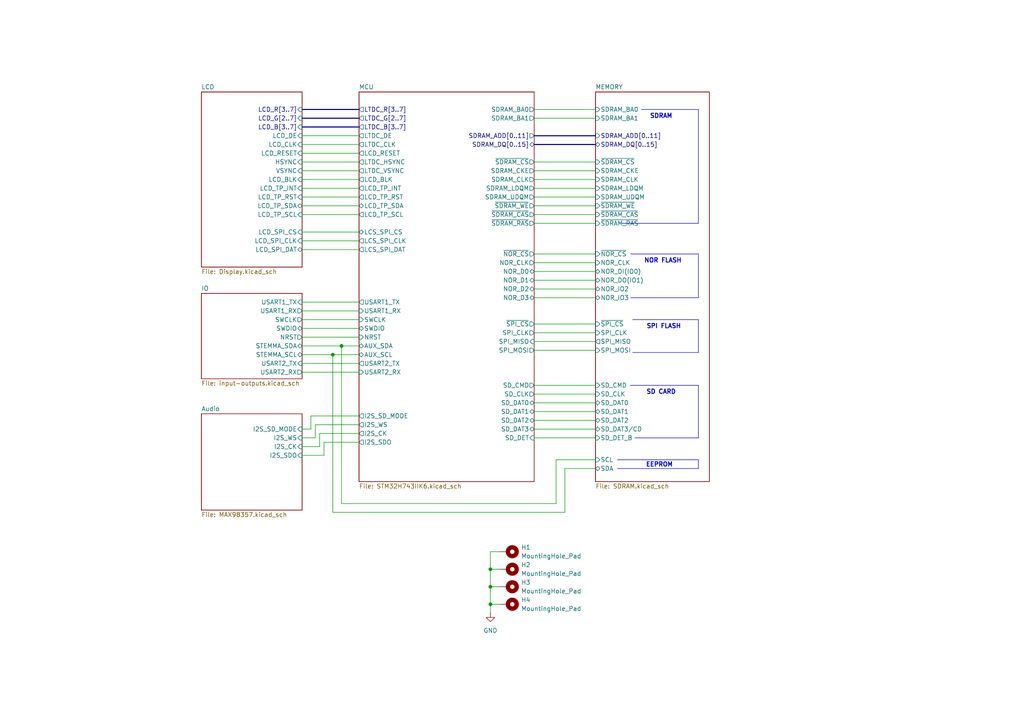
<source format=kicad_sch>
(kicad_sch (version 20231120) (generator "eeschema") (generator_version "8.0")
  (paper "A4")
  (lib_symbols
    (symbol "Mechanical:MountingHole_Pad" (pin_numbers hide) (pin_names (offset 1.016) hide) (exclude_from_sim yes) (in_bom no)
      (property "Reference" "H" (at 0 6.35 0))
      (property "Value" "MountingHole_Pad" (at 0 4.445 0))
      (symbol "MountingHole_Pad_0_1"
        (circle (center 0 1.27) (radius 1.27) (stroke (width 1.27)))
      )
      (symbol "MountingHole_Pad_1_1"
        (pin input line (at 0 -2.54 90) (length 2.54) (name "1") (number "1"))
      )
    )
    (symbol "power:GND" (power) (pin_numbers hide) (pin_names (offset 0) hide)
      (property "Value" "GND" (at 0 -3.81 0))
      (symbol "GND_0_1"
        (polyline (pts (xy 0 0) (xy 0 -1.27) (xy 1.27 -1.27) (xy 0 -2.54) (xy -1.27 -1.27) (xy 0 -1.27)))
      )
      (symbol "GND_1_1"
        (pin power_in line (at 0 0 270) (length 0) (name "~") (number "1"))
      )
    )
  )
  (junction (at 99.06 100.33))
  (junction (at 142.24 175.26))
  (junction (at 142.24 165.1))
  (junction (at 142.24 170.18))
  (junction (at 96.52 102.87))
  (wire (pts (xy 87.63 57.15) (xy 104.14 57.15)))
  (wire (pts (xy 154.94 124.46) (xy 172.72 124.46)))
  (wire (pts (xy 142.24 160.02) (xy 142.24 165.1)))
  (wire (pts (xy 87.63 90.17) (xy 104.14 90.17)))
  (wire (pts (xy 154.94 99.06) (xy 172.72 99.06)))
  (wire (pts (xy 87.63 124.46) (xy 90.17 124.46)))
  (wire (pts (xy 87.63 102.87) (xy 96.52 102.87)))
  (wire (pts (xy 87.63 62.23) (xy 104.14 62.23)))
  (wire (pts (xy 154.94 34.29) (xy 172.72 34.29)))
  (wire (pts (xy 154.94 59.69) (xy 172.72 59.69)))
  (wire (pts (xy 154.94 46.99) (xy 172.72 46.99)))
  (wire (pts (xy 93.98 128.27) (xy 104.14 128.27)))
  (wire (pts (xy 87.63 105.41) (xy 104.14 105.41)))
  (wire (pts (xy 154.94 31.75) (xy 172.72 31.75)))
  (polyline (pts (xy 183.515 92.71) (xy 202.565 92.71)))
  (wire (pts (xy 154.94 57.15) (xy 172.72 57.15)))
  (wire (pts (xy 93.98 132.08) (xy 93.98 128.27)))
  (wire (pts (xy 172.72 135.89) (xy 163.83 135.89)))
  (wire (pts (xy 87.63 41.91) (xy 104.14 41.91)))
  (wire (pts (xy 161.29 146.05) (xy 99.06 146.05)))
  (polyline (pts (xy 182.88 111.76) (xy 202.565 111.76)))
  (polyline (pts (xy 202.565 73.66) (xy 202.565 86.36)))
  (wire (pts (xy 87.63 95.25) (xy 104.14 95.25)))
  (polyline (pts (xy 179.07 133.35) (xy 202.565 133.35)))
  (polyline (pts (xy 182.88 73.66) (xy 202.565 73.66)))
  (wire (pts (xy 154.94 49.53) (xy 172.72 49.53)))
  (wire (pts (xy 87.63 107.95) (xy 104.14 107.95)))
  (wire (pts (xy 142.24 175.26) (xy 144.78 175.26)))
  (wire (pts (xy 87.63 100.33) (xy 99.06 100.33)))
  (wire (pts (xy 87.63 69.85) (xy 104.14 69.85)))
  (polyline (pts (xy 202.565 111.76) (xy 202.565 127)))
  (wire (pts (xy 87.63 49.53) (xy 104.14 49.53)))
  (wire (pts (xy 142.24 170.18) (xy 142.24 175.26)))
  (wire (pts (xy 154.94 78.74) (xy 172.72 78.74)))
  (wire (pts (xy 87.63 67.31) (xy 104.14 67.31)))
  (wire (pts (xy 87.63 46.99) (xy 104.14 46.99)))
  (wire (pts (xy 154.94 93.98) (xy 172.72 93.98)))
  (wire (pts (xy 92.71 125.73) (xy 104.14 125.73)))
  (polyline (pts (xy 182.88 86.36) (xy 202.565 86.36)))
  (wire (pts (xy 144.78 160.02) (xy 142.24 160.02)))
  (wire (pts (xy 161.29 133.35) (xy 161.29 146.05)))
  (wire (pts (xy 91.44 123.19) (xy 104.14 123.19)))
  (wire (pts (xy 154.94 96.52) (xy 172.72 96.52)))
  (wire (pts (xy 87.63 129.54) (xy 92.71 129.54)))
  (polyline (pts (xy 202.565 31.75) (xy 202.565 64.77)))
  (wire (pts (xy 154.94 127) (xy 172.72 127)))
  (wire (pts (xy 163.83 135.89) (xy 163.83 148.59)))
  (wire (pts (xy 87.63 92.71) (xy 104.14 92.71)))
  (polyline (pts (xy 184.15 127) (xy 202.565 127)))
  (wire (pts (xy 90.17 120.65) (xy 104.14 120.65)))
  (wire (pts (xy 99.06 100.33) (xy 104.14 100.33)))
  (bus (pts (xy 87.63 36.83) (xy 104.14 36.83)))
  (wire (pts (xy 154.94 76.2) (xy 172.72 76.2)))
  (wire (pts (xy 154.94 121.92) (xy 172.72 121.92)))
  (wire (pts (xy 87.63 87.63) (xy 104.14 87.63)))
  (polyline (pts (xy 183.515 102.235) (xy 202.565 102.235)))
  (wire (pts (xy 87.63 52.07) (xy 104.14 52.07)))
  (wire (pts (xy 87.63 44.45) (xy 104.14 44.45)))
  (wire (pts (xy 154.94 64.77) (xy 172.72 64.77)))
  (wire (pts (xy 87.63 97.79) (xy 104.14 97.79)))
  (wire (pts (xy 99.06 100.33) (xy 99.06 146.05)))
  (bus (pts (xy 154.94 41.91) (xy 172.72 41.91)))
  (wire (pts (xy 154.94 119.38) (xy 172.72 119.38)))
  (wire (pts (xy 92.71 129.54) (xy 92.71 125.73)))
  (polyline (pts (xy 186.055 31.75) (xy 202.565 31.75)))
  (bus (pts (xy 154.94 39.37) (xy 172.72 39.37)))
  (bus (pts (xy 87.63 31.75) (xy 104.14 31.75)))
  (wire (pts (xy 91.44 127) (xy 91.44 123.19)))
  (wire (pts (xy 87.63 39.37) (xy 104.14 39.37)))
  (wire (pts (xy 96.52 102.87) (xy 104.14 102.87)))
  (wire (pts (xy 96.52 102.87) (xy 96.52 148.59)))
  (polyline (pts (xy 179.07 135.89) (xy 202.565 135.89)))
  (wire (pts (xy 87.63 54.61) (xy 104.14 54.61)))
  (polyline (pts (xy 180.34 64.77) (xy 202.565 64.77)))
  (wire (pts (xy 154.94 62.23) (xy 172.72 62.23)))
  (wire (pts (xy 87.63 59.69) (xy 104.14 59.69)))
  (wire (pts (xy 90.17 124.46) (xy 90.17 120.65)))
  (bus (pts (xy 87.63 34.29) (xy 104.14 34.29)))
  (wire (pts (xy 154.94 81.28) (xy 172.72 81.28)))
  (wire (pts (xy 142.24 165.1) (xy 144.78 165.1)))
  (wire (pts (xy 154.94 114.3) (xy 172.72 114.3)))
  (wire (pts (xy 163.83 148.59) (xy 96.52 148.59)))
  (wire (pts (xy 172.72 133.35) (xy 161.29 133.35)))
  (wire (pts (xy 142.24 170.18) (xy 144.78 170.18)))
  (wire (pts (xy 154.94 86.36) (xy 172.72 86.36)))
  (wire (pts (xy 154.94 54.61) (xy 172.72 54.61)))
  (wire (pts (xy 154.94 116.84) (xy 172.72 116.84)))
  (wire (pts (xy 154.94 101.6) (xy 172.72 101.6)))
  (wire (pts (xy 154.94 52.07) (xy 172.72 52.07)))
  (wire (pts (xy 154.94 111.76) (xy 172.72 111.76)))
  (wire (pts (xy 142.24 165.1) (xy 142.24 170.18)))
  (wire (pts (xy 87.63 127) (xy 91.44 127)))
  (wire (pts (xy 87.63 132.08) (xy 93.98 132.08)))
  (polyline (pts (xy 202.565 133.35) (xy 202.565 135.89)))
  (wire (pts (xy 154.94 83.82) (xy 172.72 83.82)))
  (wire (pts (xy 87.63 72.39) (xy 104.14 72.39)))
  (wire (pts (xy 154.94 73.66) (xy 172.72 73.66)))
  (polyline (pts (xy 202.565 92.71) (xy 202.565 102.235)))
  (wire (pts (xy 142.24 175.26) (xy 142.24 177.8)))
  (text "SD CARD" (at 191.77 113.792 0) (effects (font (size 1.27 1.27) (thickness 0.254) (bold yes))))
  (text "NOR FLASH" (at 192.278 75.692 0) (effects (font (size 1.27 1.27) (thickness 0.254) (bold yes))))
  (text "SPI FLASH" (at 192.532 94.742 0) (effects (font (size 1.27 1.27) (thickness 0.254) (bold yes))))
  (text "SDRAM" (at 191.77 33.782 0) (effects (font (size 1.27 1.27) (thickness 0.254) (bold yes))))
  (text "EEPROM" (at 191.262 134.874 0) (effects (font (size 1.27 1.27) (thickness 0.254) (bold yes))))
  (symbol (lib_id "Mechanical:MountingHole_Pad") (at 147.32 170.18 270) (unit 1) (exclude_from_sim yes) (in_bom no)
    (property "Reference" "H3" (at 151.13 168.9099 90) (effects (justify left)))
    (property "Value" "MountingHole_Pad" (at 151.13 171.4499 90) (effects (justify left)))
    (property "Footprint" "MountingHole:MountingHole_3.2mm_M3_Pad_Via" (effects (hide yes)))
    (property "Description" "Mounting Hole with connection" (effects (hide yes)))
  )
  (symbol (lib_id "power:GND") (at 142.24 177.8 0) (unit 1)
    (property "Reference" "#PWR057" (effects (hide yes)))
    (property "Value" "GND" (at 142.24 182.88 0))
    (property "Description" "Power symbol creates a global label with name \"GND\" , ground" (effects (hide yes)))
  )
  (symbol (lib_id "Mechanical:MountingHole_Pad") (at 147.32 175.26 270) (unit 1) (exclude_from_sim yes) (in_bom no)
    (property "Reference" "H4" (at 151.13 173.9899 90) (effects (justify left)))
    (property "Value" "MountingHole_Pad" (at 151.13 176.5299 90) (effects (justify left)))
    (property "Footprint" "MountingHole:MountingHole_3.2mm_M3_Pad_Via" (effects (hide yes)))
    (property "Description" "Mounting Hole with connection" (effects (hide yes)))
  )
  (symbol (lib_id "Mechanical:MountingHole_Pad") (at 147.32 165.1 270) (unit 1) (exclude_from_sim yes) (in_bom no)
    (property "Reference" "H2" (at 151.13 163.8299 90) (effects (justify left)))
    (property "Value" "MountingHole_Pad" (at 151.13 166.3699 90) (effects (justify left)))
    (property "Footprint" "MountingHole:MountingHole_3.2mm_M3_Pad_Via" (effects (hide yes)))
    (property "Description" "Mounting Hole with connection" (effects (hide yes)))
  )
  (symbol (lib_id "Mechanical:MountingHole_Pad") (at 147.32 160.02 270) (unit 1) (exclude_from_sim yes) (in_bom no)
    (property "Reference" "H1" (at 151.13 158.7499 90) (effects (justify left)))
    (property "Value" "MountingHole_Pad" (at 151.13 161.2899 90) (effects (justify left)))
    (property "Footprint" "MountingHole:MountingHole_3.2mm_M3_Pad_Via" (effects (hide yes)))
    (property "Description" "Mounting Hole with connection" (effects (hide yes)))
  )
  (sheet (at 104.14 26.67) (size 50.8 113.03) (stroke (width 0.1524))
    (property "Sheetname" "MCU" (at 104.14 25.9584 0) (effects (justify left bottom)))
    (property "Sheetfile" "STM32H743IIK6.kicad_sch" (at 104.14 140.2846 0) (effects (justify left top)))
    (pin "~{SDRAM_RAS}" output (at 154.94 64.77 0))
    (pin "SDRAM_CLK" output (at 154.94 52.07 0))
    (pin "SDRAM_UDQM" output (at 154.94 57.15 0))
    (pin "SDRAM_CKE" output (at 154.94 49.53 0))
    (pin "SDRAM_LDQM" output (at 154.94 54.61 0))
    (pin "~{SDRAM_WE}" output (at 154.94 59.69 0))
    (pin "~{SDRAM_CS}" output (at 154.94 46.99 0))
    (pin "~{SDRAM_CAS}" output (at 154.94 62.23 0))
    (pin "SDRAM_DQ[0..15]" bidirectional (at 154.94 41.91 0))
    (pin "SDRAM_ADD[0..11]" output (at 154.94 39.37 0))
    (pin "SDRAM_BA0" output (at 154.94 31.75 0))
    (pin "SDRAM_BA1" output (at 154.94 34.29 0))
    (pin "SD_CMD" output (at 154.94 111.76 0))
    (pin "SD_DET" input (at 154.94 127 0))
    (pin "SD_DAT0" bidirectional (at 154.94 116.84 0))
    (pin "SD_DAT1" bidirectional (at 154.94 119.38 0))
    (pin "SD_DAT2" bidirectional (at 154.94 121.92 0))
    (pin "SD_DAT3" bidirectional (at 154.94 124.46 0))
    (pin "SD_CLK" output (at 154.94 114.3 0))
    (pin "LTDC_B[3..7]" output (at 104.14 36.83 180))
    (pin "LTDC_HSYNC" output (at 104.14 46.99 180))
    (pin "LTDC_VSYNC" output (at 104.14 49.53 180))
    (pin "LTDC_DE" output (at 104.14 39.37 180))
    (pin "LTDC_CLK" output (at 104.14 41.91 180))
    (pin "LCD_RESET" output (at 104.14 44.45 180))
    (pin "LCD_TP_SDA" bidirectional (at 104.14 59.69 180))
    (pin "LCD_TP_RST" output (at 104.14 57.15 180))
    (pin "LCD_TP_INT" output (at 104.14 54.61 180))
    (pin "LCD_TP_SCL" output (at 104.14 62.23 180))
    (pin "LTDC_R[3..7]" output (at 104.14 31.75 180))
    (pin "LTDC_G[2..7]" output (at 104.14 34.29 180))
    (pin "LCS_SPI_DAT" output (at 104.14 72.39 180))
    (pin "LCS_SPI_CLK" output (at 104.14 69.85 180))
    (pin "LCS_SPI_CS" bidirectional (at 104.14 67.31 180))
    (pin "NOR_CLK" output (at 154.94 76.2 0))
    (pin "NOR_D0" bidirectional (at 154.94 78.74 0))
    (pin "NOR_D1" bidirectional (at 154.94 81.28 0))
    (pin "NOR_D2" bidirectional (at 154.94 83.82 0))
    (pin "NOR_D3" bidirectional (at 154.94 86.36 0))
    (pin "~{NOR_CS}" output (at 154.94 73.66 0))
    (pin "I2S_CK" output (at 104.14 125.73 180))
    (pin "I2S_SD_MODE" output (at 104.14 120.65 180))
    (pin "I2S_WS" output (at 104.14 123.19 180))
    (pin "I2S_SDO" output (at 104.14 128.27 180))
    (pin "LCD_BLK" output (at 104.14 52.07 180))
    (pin "USART1_TX" output (at 104.14 87.63 180))
    (pin "USART1_RX" input (at 104.14 90.17 180))
    (pin "AUX_SDA" bidirectional (at 104.14 100.33 180))
    (pin "AUX_SCL" bidirectional (at 104.14 102.87 180))
    (pin "~{SPI_CS}" output (at 154.94 93.98 0))
    (pin "SPI_MISO" input (at 154.94 99.06 0))
    (pin "SPI_CLK" output (at 154.94 96.52 0))
    (pin "SPI_MOSI" output (at 154.94 101.6 0))
    (pin "SWCLK" input (at 104.14 92.71 180))
    (pin "SWDIO" bidirectional (at 104.14 95.25 180))
    (pin "NRST" input (at 104.14 97.79 180))
    (pin "USART2_TX" output (at 104.14 105.41 180))
    (pin "USART2_RX" input (at 104.14 107.95 180))
  )
  (sheet (at 58.42 120.015) (size 29.21 27.94) (stroke (width 0.1524))
    (property "Sheetname" "Audio" (at 58.42 119.3034 0) (effects (justify left bottom)))
    (property "Sheetfile" "MAX98357.kicad_sch" (at 58.42 148.5396 0) (effects (justify left top)))
    (pin "I2S_SD_MODE" input (at 87.63 124.46 0))
    (pin "I2S_WS" input (at 87.63 127 0))
    (pin "I2S_SDO" input (at 87.63 132.08 0))
    (pin "I2S_CK" input (at 87.63 129.54 0))
  )
  (sheet (at 58.42 26.67) (size 29.21 50.8) (stroke (width 0.1524))
    (property "Sheetname" "LCD" (at 58.42 25.9584 0) (effects (justify left bottom)))
    (property "Sheetfile" "Display.kicad_sch" (at 58.42 78.0546 0) (effects (justify left top)))
    (pin "LCD_DE" input (at 87.63 39.37 0))
    (pin "LCD_CLK" input (at 87.63 41.91 0))
    (pin "HSYNC" input (at 87.63 46.99 0))
    (pin "VSYNC" input (at 87.63 49.53 0))
    (pin "LCD_RESET" input (at 87.63 44.45 0))
    (pin "LCD_R[3..7]" input (at 87.63 31.75 0))
    (pin "LCD_G[2..7]" input (at 87.63 34.29 0))
    (pin "LCD_B[3..7]" input (at 87.63 36.83 0))
    (pin "LCD_TP_RST" input (at 87.63 57.15 0))
    (pin "LCD_TP_INT" input (at 87.63 54.61 0))
    (pin "LCD_SPI_DAT" bidirectional (at 87.63 72.39 0))
    (pin "LCD_SPI_CLK" input (at 87.63 69.85 0))
    (pin "LCD_SPI_CS" input (at 87.63 67.31 0))
    (pin "LCD_TP_SDA" bidirectional (at 87.63 59.69 0))
    (pin "LCD_TP_SCL" input (at 87.63 62.23 0))
    (pin "LCD_BLK" input (at 87.63 52.07 0))
  )
  (sheet (at 172.72 26.67) (size 33.02 113.03) (stroke (width 0.1524))
    (property "Sheetname" "MEMORY" (at 172.72 25.9584 0) (effects (justify left bottom)))
    (property "Sheetfile" "SDRAM.kicad_sch" (at 172.72 140.2846 0) (effects (justify left top)))
    (pin "SCL" input (at 172.72 133.35 180))
    (pin "SDA" bidirectional (at 172.72 135.89 180))
    (pin "NOR_CLK" input (at 172.72 76.2 180))
    (pin "NOR_IO2" bidirectional (at 172.72 83.82 180))
    (pin "NOR_DO(IO1)" bidirectional (at 172.72 81.28 180))
    (pin "NOR_DI(IO0)" bidirectional (at 172.72 78.74 180))
    (pin "NOR_IO3" bidirectional (at 172.72 86.36 180))
    (pin "~{NOR_CS}" input (at 172.72 73.66 180))
    (pin "SD_DAT3{slash}CD" bidirectional (at 172.72 124.46 180))
    (pin "SD_CMD" input (at 172.72 111.76 180))
    (pin "SD_DAT1" bidirectional (at 172.72 119.38 180))
    (pin "SD_CLK" input (at 172.72 114.3 180))
    (pin "SD_DAT0" bidirectional (at 172.72 116.84 180))
    (pin "SD_DAT2" bidirectional (at 172.72 121.92 180))
    (pin "SD_DET_B" input (at 172.72 127 180))
    (pin "SDRAM_BA0" input (at 172.72 31.75 180))
    (pin "SDRAM_BA1" input (at 172.72 34.29 180))
    (pin "SDRAM_DQ[0..15]" bidirectional (at 172.72 41.91 180))
    (pin "SDRAM_ADD[0..11]" input (at 172.72 39.37 180))
    (pin "SDRAM_CKE" input (at 172.72 49.53 180))
    (pin "~{SDRAM_CS}" input (at 172.72 46.99 180))
    (pin "~{SDRAM_RAS}" input (at 172.72 64.77 180))
    (pin "~{SDRAM_CAS}" input (at 172.72 62.23 180))
    (pin "SDRAM_CLK" input (at 172.72 52.07 180))
    (pin "SDRAM_LDQM" input (at 172.72 54.61 180))
    (pin "~{SDRAM_WE}" input (at 172.72 59.69 180))
    (pin "SDRAM_UDQM" input (at 172.72 57.15 180))
    (pin "SPI_CLK" input (at 172.72 96.52 180))
    (pin "~{SPI_CS}" input (at 172.72 93.98 180))
    (pin "SPI_MOSI" input (at 172.72 101.6 180))
    (pin "SPI_MISO" output (at 172.72 99.06 180))
  )
  (sheet (at 58.42 85.09) (size 29.21 24.765) (stroke (width 0.1524))
    (property "Sheetname" "IO" (at 58.42 84.3784 0) (effects (justify left bottom)))
    (property "Sheetfile" "input-outputs.kicad_sch" (at 58.42 110.4396 0) (effects (justify left top)))
    (pin "STEMMA_SCL" bidirectional (at 87.63 102.87 0))
    (pin "STEMMA_SDA" bidirectional (at 87.63 100.33 0))
    (pin "SWDIO" bidirectional (at 87.63 95.25 0))
    (pin "SWCLK" output (at 87.63 92.71 0))
    (pin "NRST" output (at 87.63 97.79 0))
    (pin "USART1_TX" input (at 87.63 87.63 0))
    (pin "USART1_RX" output (at 87.63 90.17 0))
    (pin "USART2_TX" input (at 87.63 105.41 0))
    (pin "USART2_RX" output (at 87.63 107.95 0))
  )
)
</source>
